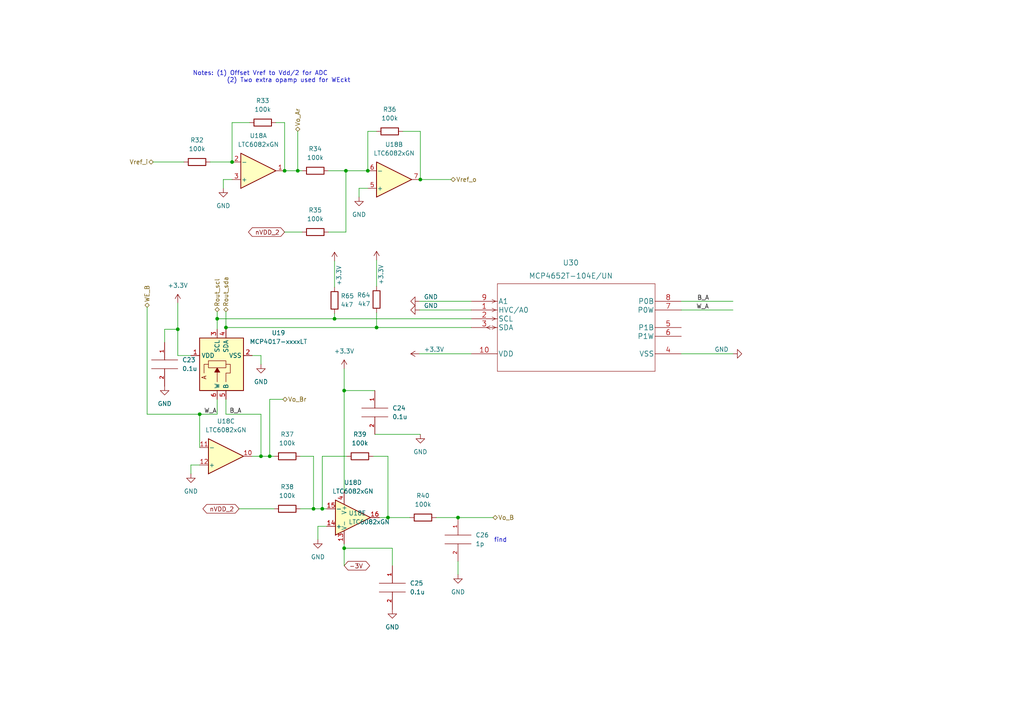
<source format=kicad_sch>
(kicad_sch (version 20211123) (generator eeschema)
  (paper "A4")
  (lib_symbols
    (symbol "Amplifier_Operational:LTC6082xGN" (pin_names (offset 0.127))
      (property "Reference" "U" (at 2.54 5.08 0))
      (property "Value" "LTC6082xGN" (at 5.08 -5.08 0))
      (symbol "LTC6082xGN_1_1"
        (polyline (pts (xy -5.08 5.08) (xy 5.08 0) (xy -5.08 -5.08) (xy -5.08 5.08)) (stroke (width 0.254)) (fill (type background)))
        (pin output line (at 7.62 0 180) (length 2.54) (name "~") (number "1"))
        (pin input line (at -7.62 -2.54 0) (length 2.54) (name "-") (number "2"))
        (pin input line (at -7.62 2.54 0) (length 2.54) (name "+") (number "3"))
        (pin no_connect line (at -2.54 -2.54 90) (length 2.54) hide (name "NC") (number "8"))
        (pin no_connect line (at 0 -2.54 90) (length 2.54) hide (name "NC") (number "9"))
      )
      (symbol "LTC6082xGN_2_1"
        (polyline (pts (xy -5.08 5.08) (xy 5.08 0) (xy -5.08 -5.08) (xy -5.08 5.08)) (stroke (width 0.254)) (fill (type background)))
        (pin input line (at -7.62 2.54 0) (length 2.54) (name "+") (number "5"))
        (pin input line (at -7.62 -2.54 0) (length 2.54) (name "-") (number "6"))
        (pin output line (at 7.62 0 180) (length 2.54) (name "~") (number "7"))
      )
      (symbol "LTC6082xGN_3_1"
        (polyline (pts (xy -5.08 5.08) (xy 5.08 0) (xy -5.08 -5.08) (xy -5.08 5.08)) (stroke (width 0.254)) (fill (type background)))
        (pin output line (at 7.62 0 180) (length 2.54) (name "~") (number "10"))
        (pin input line (at -7.62 -2.54 0) (length 2.54) (name "-") (number "11"))
        (pin input line (at -7.62 2.54 0) (length 2.54) (name "+") (number "12"))
      )
      (symbol "LTC6082xGN_4_1"
        (polyline (pts (xy -5.08 5.08) (xy 5.08 0) (xy -5.08 -5.08) (xy -5.08 5.08)) (stroke (width 0.254)) (fill (type background)))
        (pin input line (at -7.62 2.54 0) (length 2.54) (name "+") (number "14"))
        (pin input line (at -7.62 -2.54 0) (length 2.54) (name "-") (number "15"))
        (pin output line (at 7.62 0 180) (length 2.54) (name "~") (number "16"))
      )
      (symbol "LTC6082xGN_5_1"
        (pin power_in line (at -2.54 -7.62 90) (length 3.81) (name "V-") (number "13"))
        (pin power_in line (at -2.54 7.62 270) (length 3.81) (name "V+") (number "4"))
      )
    )
    (symbol "Device:R" (pin_numbers hide) (pin_names (offset 0))
      (property "Reference" "R" (at 2.032 0 90))
      (property "Value" "R" (at 0 0 90))
      (symbol "R_0_1"
        (rectangle (start -1.016 -2.54) (end 1.016 2.54) (stroke (width 0.254)))
      )
      (symbol "R_1_1"
        (pin passive line (at 0 3.81 270) (length 1.27) (name "~") (number "1"))
        (pin passive line (at 0 -3.81 90) (length 1.27) (name "~") (number "2"))
      )
    )
    (symbol "Potentiometer_Digital:MCP4017-xxxxLT"
      (property "Reference" "U" (at -7.62 8.89 0))
      (property "Value" "MCP4017-xxxxLT" (at 1.27 8.89 0))
      (symbol "MCP4017-xxxxLT_0_0"
        (polyline (pts (xy 0 5.08) (xy 0 6.35) (xy 2.54 6.35)))
        (polyline (pts (xy 5.08 0) (xy 2.54 0) (xy 2.54 -1.27) (xy 0 -1.27) (xy 0 0)))
        (text "A" (at 3.81 6.35 0) (effects (font (size 1.27 1.27))))
      )
      (symbol "MCP4017-xxxxLT_1_1"
        (rectangle (start -7.62 7.62) (end 7.62 -5.08) (stroke (width 0.254)) (fill (type background)))
        (polyline (pts (xy 5.08 2.54) (xy 2.286 2.54)))
        (polyline (pts (xy 2.286 1.778) (xy 2.286 3.302) (xy 1.016 2.54) (xy 2.286 1.778)) (fill (type outline)))
        (rectangle (start 1.016 0) (end -1.016 5.08))
        (pin power_in line (at -2.54 10.16 270) (length 2.54) (name "VDD") (number "1"))
        (pin power_in line (at -2.54 -7.62 90) (length 2.54) (name "VSS") (number "2"))
        (pin input line (at -10.16 2.54 0) (length 2.54) (name "SCL") (number "3"))
        (pin bidirectional line (at -10.16 0 0) (length 2.54) (name "SDA") (number "4"))
        (pin passive line (at 10.16 0 180) (length 2.54) (name "B") (number "5"))
        (pin passive line (at 10.16 2.54 180) (length 2.54) (name "W") (number "6"))
      )
    )
    (symbol "custom:MCP4652T-104E{slash}UN" (pin_names (offset 0.254))
      (property "Reference" "U" (at 30.48 10.16 0))
      (property "Value" "MCP4652T-104E{slash}UN" (at 30.48 7.62 0))
      (symbol "MCP4652T-104E{slash}UN_1_1"
        (polyline (pts (xy 5.5372 -8.128) (xy 4.4958 -7.62)) (stroke (width 0.127)))
        (polyline (pts (xy 5.5372 -7.112) (xy 4.4958 -7.62)) (stroke (width 0.127)))
        (polyline (pts (xy 7.112 -7.62) (xy 6.0452 -8.128)) (stroke (width 0.127)))
        (polyline (pts (xy 7.112 -7.62) (xy 6.0452 -7.112)) (stroke (width 0.127)))
        (polyline (pts (xy 7.112 -5.08) (xy 6.0452 -5.588)) (stroke (width 0.127)))
        (polyline (pts (xy 7.112 -5.08) (xy 6.0452 -4.572)) (stroke (width 0.127)))
        (polyline (pts (xy 7.112 -2.54) (xy 6.0452 -3.048)) (stroke (width 0.127)))
        (polyline (pts (xy 7.112 -2.54) (xy 6.0452 -2.032)) (stroke (width 0.127)))
        (polyline (pts (xy 7.112 0) (xy 6.0452 -0.508)) (stroke (width 0.127)))
        (polyline (pts (xy 7.112 0) (xy 6.0452 0.508)) (stroke (width 0.127)))
        (polyline (pts (xy 7.62 -20.32) (xy 53.34 -20.32)) (stroke (width 0.127)))
        (polyline (pts (xy 7.62 5.08) (xy 7.62 -20.32)) (stroke (width 0.127)))
        (polyline (pts (xy 53.34 -20.32) (xy 53.34 5.08)) (stroke (width 0.127)))
        (polyline (pts (xy 53.34 5.08) (xy 7.62 5.08)) (stroke (width 0.127)))
        (pin input line (at 0 -2.54 0) (length 7.62) (name "HVC/A0") (number "1"))
        (pin power_in line (at 0 -15.24 0) (length 7.62) (name "VDD") (number "10"))
        (pin input line (at 0 -5.08 0) (length 7.62) (name "SCL") (number "2"))
        (pin bidirectional line (at 0 -7.62 0) (length 7.62) (name "SDA") (number "3"))
        (pin power_in line (at 60.96 -15.24 180) (length 7.62) (name "VSS") (number "4"))
        (pin unspecified line (at 60.96 -7.62 180) (length 7.62) (name "P1B") (number "5"))
        (pin unspecified line (at 60.96 -10.16 180) (length 7.62) (name "P1W") (number "6"))
        (pin unspecified line (at 60.96 -2.54 180) (length 7.62) (name "P0W") (number "7"))
        (pin unspecified line (at 60.96 0 180) (length 7.62) (name "P0B") (number "8"))
        (pin input line (at 0 0 0) (length 7.62) (name "A1") (number "9"))
      )
    )
    (symbol "power:+3.3V" (power) (pin_names (offset 0))
      (property "Value" "+3.3V" (at 0 3.556 0))
      (symbol "+3.3V_0_1"
        (polyline (pts (xy -0.762 1.27) (xy 0 2.54)))
        (polyline (pts (xy 0 0) (xy 0 2.54)))
        (polyline (pts (xy 0 2.54) (xy 0.762 1.27)))
      )
      (symbol "+3.3V_1_1"
        (pin power_in line (at 0 0 90) (length 0) hide (name "+3.3V") (number "1"))
      )
    )
    (symbol "power:GND" (power) (pin_names (offset 0))
      (property "Value" "GND" (at 0 -3.81 0))
      (symbol "GND_0_1"
        (polyline (pts (xy 0 0) (xy 0 -1.27) (xy 1.27 -1.27) (xy 0 -2.54) (xy -1.27 -1.27) (xy 0 -1.27)))
      )
      (symbol "GND_1_1"
        (pin power_in line (at 0 0 270) (length 0) hide (name "GND") (number "1"))
      )
    )
    (symbol "pspice:C" (pin_names (offset 0.254))
      (property "Reference" "C" (at 2.54 3.81 90))
      (property "Value" "C" (at 2.54 -3.81 90))
      (symbol "C_0_1"
        (polyline (pts (xy -3.81 -1.27) (xy 3.81 -1.27)))
        (polyline (pts (xy -3.81 1.27) (xy 3.81 1.27)))
      )
      (symbol "C_1_1"
        (pin passive line (at 0 6.35 270) (length 5.08) (name "~") (number "1"))
        (pin passive line (at 0 -6.35 90) (length 5.08) (name "~") (number "2"))
      )
    )
  )
  (junction (at 86.36 49.53))
  (junction (at 82.55 49.53))
  (junction (at 62.992 92.456))
  (junction (at 106.68 49.53))
  (junction (at 100.33 49.53))
  (junction (at 109.22 94.996))
  (junction (at 57.912 120.142))
  (junction (at 51.562 95.504))
  (junction (at 97.028 92.456))
  (junction (at 132.842 150.114))
  (junction (at 67.31 46.99))
  (junction (at 75.692 132.334))
  (junction (at 99.822 159.004))
  (junction (at 93.472 147.574))
  (junction (at 78.232 132.334))
  (junction (at 65.532 94.996))
  (junction (at 99.822 113.284))
  (junction (at 90.932 147.574))
  (junction (at 112.522 150.114))
  (junction (at 121.92 52.07))
  (wire (pts (xy 95.25 49.53) (xy 100.33 49.53)))
  (wire (pts (xy 69.342 147.574) (xy 79.502 147.574)))
  (wire (pts (xy 97.028 75.692) (xy 97.028 83.312)))
  (wire (pts (xy 132.842 150.114) (xy 143.002 150.114)))
  (wire (pts (xy 55.372 137.414) (xy 55.372 134.874)))
  (wire (pts (xy 121.666 87.376) (xy 136.652 87.376)))
  (wire (pts (xy 82.55 67.31) (xy 87.63 67.31)))
  (wire (pts (xy 94.742 152.654) (xy 92.202 152.654)))
  (wire (pts (xy 99.822 113.284) (xy 108.712 113.284)))
  (wire (pts (xy 99.822 113.284) (xy 99.822 142.494)))
  (wire (pts (xy 197.612 89.916) (xy 212.598 89.916)))
  (wire (pts (xy 104.14 57.15) (xy 104.14 54.61)))
  (wire (pts (xy 197.612 87.376) (xy 212.598 87.376)))
  (wire (pts (xy 87.122 132.334) (xy 90.932 132.334)))
  (wire (pts (xy 86.36 49.53) (xy 87.63 49.53)))
  (wire (pts (xy 100.33 49.53) (xy 100.33 67.31)))
  (wire (pts (xy 64.77 54.61) (xy 64.77 52.07)))
  (wire (pts (xy 197.612 102.616) (xy 212.598 102.616)))
  (wire (pts (xy 47.752 95.504) (xy 51.562 95.504)))
  (wire (pts (xy 57.912 120.142) (xy 62.992 120.142)))
  (wire (pts (xy 65.532 94.996) (xy 65.532 95.504)))
  (wire (pts (xy 90.932 132.334) (xy 90.932 147.574)))
  (wire (pts (xy 109.982 150.114) (xy 112.522 150.114)))
  (wire (pts (xy 82.55 49.53) (xy 82.55 35.56)))
  (wire (pts (xy 104.14 54.61) (xy 106.68 54.61)))
  (wire (pts (xy 67.31 35.56) (xy 67.31 46.99)))
  (wire (pts (xy 109.22 38.1) (xy 106.68 38.1)))
  (wire (pts (xy 51.562 87.884) (xy 51.562 95.504)))
  (wire (pts (xy 42.672 89.154) (xy 42.672 120.142)))
  (wire (pts (xy 73.152 132.334) (xy 75.692 132.334)))
  (wire (pts (xy 87.122 147.574) (xy 90.932 147.574)))
  (wire (pts (xy 65.532 90.424) (xy 65.532 94.996)))
  (wire (pts (xy 65.532 120.142) (xy 75.692 120.142)))
  (wire (pts (xy 121.666 89.916) (xy 136.652 89.916)))
  (wire (pts (xy 78.232 132.334) (xy 79.502 132.334)))
  (wire (pts (xy 62.992 92.456) (xy 62.992 95.504)))
  (wire (pts (xy 86.36 38.1) (xy 86.36 49.53)))
  (wire (pts (xy 112.522 150.114) (xy 118.872 150.114)))
  (wire (pts (xy 126.492 150.114) (xy 132.842 150.114)))
  (wire (pts (xy 121.666 102.616) (xy 136.652 102.616)))
  (wire (pts (xy 44.45 46.99) (xy 53.34 46.99)))
  (wire (pts (xy 90.932 147.574) (xy 93.472 147.574)))
  (wire (pts (xy 62.992 120.142) (xy 62.992 115.824)))
  (wire (pts (xy 72.39 35.56) (xy 67.31 35.56)))
  (wire (pts (xy 93.472 147.574) (xy 94.742 147.574)))
  (wire (pts (xy 109.22 75.438) (xy 109.22 83.058)))
  (wire (pts (xy 99.822 157.734) (xy 99.822 159.004)))
  (wire (pts (xy 51.562 95.504) (xy 51.562 103.124)))
  (wire (pts (xy 99.822 106.934) (xy 99.822 113.284)))
  (wire (pts (xy 82.55 49.53) (xy 86.36 49.53)))
  (wire (pts (xy 97.028 90.932) (xy 97.028 92.456)))
  (wire (pts (xy 121.92 125.984) (xy 108.712 125.984)))
  (wire (pts (xy 75.692 120.142) (xy 75.692 132.334)))
  (wire (pts (xy 109.22 94.996) (xy 136.652 94.996)))
  (wire (pts (xy 109.22 90.678) (xy 109.22 94.996)))
  (wire (pts (xy 65.532 94.996) (xy 109.22 94.996)))
  (wire (pts (xy 57.912 129.794) (xy 57.912 120.142)))
  (wire (pts (xy 121.92 38.1) (xy 116.84 38.1)))
  (wire (pts (xy 92.202 152.654) (xy 92.202 156.464)))
  (wire (pts (xy 75.692 105.664) (xy 75.692 103.124)))
  (wire (pts (xy 51.562 103.124) (xy 55.372 103.124)))
  (wire (pts (xy 100.33 49.53) (xy 106.68 49.53)))
  (wire (pts (xy 121.92 52.07) (xy 121.92 38.1)))
  (wire (pts (xy 62.992 90.424) (xy 62.992 92.456)))
  (wire (pts (xy 82.55 35.56) (xy 80.01 35.56)))
  (wire (pts (xy 60.96 46.99) (xy 67.31 46.99)))
  (wire (pts (xy 100.584 132.334) (xy 93.472 132.334)))
  (wire (pts (xy 132.842 162.814) (xy 132.842 166.624)))
  (wire (pts (xy 95.25 67.31) (xy 100.33 67.31)))
  (wire (pts (xy 57.912 120.142) (xy 42.672 120.142)))
  (wire (pts (xy 64.77 52.07) (xy 67.31 52.07)))
  (wire (pts (xy 112.522 150.114) (xy 112.522 132.334)))
  (wire (pts (xy 78.232 115.824) (xy 82.042 115.824)))
  (wire (pts (xy 99.822 159.004) (xy 113.792 159.004)))
  (wire (pts (xy 112.522 132.334) (xy 108.204 132.334)))
  (wire (pts (xy 99.822 159.004) (xy 99.822 164.084)))
  (wire (pts (xy 55.372 134.874) (xy 57.912 134.874)))
  (wire (pts (xy 106.68 38.1) (xy 106.68 49.53)))
  (wire (pts (xy 113.792 164.084) (xy 113.792 159.004)))
  (wire (pts (xy 75.692 103.124) (xy 73.152 103.124)))
  (wire (pts (xy 65.532 120.142) (xy 65.532 115.824)))
  (wire (pts (xy 93.472 132.334) (xy 93.472 147.574)))
  (wire (pts (xy 121.92 52.07) (xy 130.81 52.07)))
  (wire (pts (xy 62.992 92.456) (xy 97.028 92.456)))
  (wire (pts (xy 97.028 92.456) (xy 136.652 92.456)))
  (wire (pts (xy 78.232 132.334) (xy 78.232 115.824)))
  (wire (pts (xy 75.692 132.334) (xy 78.232 132.334)))
  (wire (pts (xy 47.752 99.314) (xy 47.752 95.504)))
  (text "Notes: (1) Offset Vref to Vdd/2 for ADC\n		(2) Two extra opamp used for WEckt\n" (at 55.88 24.13 0) (effects (font (size 1.27 1.27)) (justify left bottom)))
  (text "find" (at 143.256 157.48 0) (effects (font (size 1.27 1.27)) (justify left bottom)))
  (label "B_A" (at 66.548 120.142 0))
  (label "W_A" (at 201.93 89.916 0))
  (label "B_A" (at 202.184 87.376 0))
  (label "W_A" (at 59.182 120.142 0))
  (global_label "-3V" (shape bidirectional) (at 99.822 164.084 0) (property "Intersheet References" "${INTERSHEET_REFS}" (effects hide)))
  (global_label "nVDD_2" (shape bidirectional) (at 69.342 147.574 180) (property "Intersheet References" "${INTERSHEET_REFS}" (effects hide)))
  (global_label "nVDD_2" (shape bidirectional) (at 82.55 67.31 180) (property "Intersheet References" "${INTERSHEET_REFS}" (effects hide)))
  (hierarchical_label "Vo_B" (shape bidirectional) (at 143.002 150.114 0))
  (hierarchical_label "Vo_Br" (shape bidirectional) (at 82.042 115.824 0))
  (hierarchical_label "Vref_o" (shape bidirectional) (at 130.81 52.07 0))
  (hierarchical_label "WE_B" (shape bidirectional) (at 42.672 89.154 90))
  (hierarchical_label "Rout_scl" (shape bidirectional) (at 62.992 90.424 90))
  (hierarchical_label "Vo_Ar" (shape bidirectional) (at 86.36 38.1 90))
  (hierarchical_label "Vref_i" (shape bidirectional) (at 44.45 46.99 180))
  (hierarchical_label "Rout_sda" (shape bidirectional) (at 65.532 90.424 90))
  (symbol (lib_id "Device:R") (at 113.03 38.1 90) (unit 1)
    (property "Reference" "R36" (at 113.03 31.75 90))
    (property "Value" "100k" (at 113.03 34.29 90))
    (property "Footprint" "Resistor_SMD:R_0805_2012Metric_Pad1.20x1.40mm_HandSolder" (effects hide))
  )
  (symbol (lib_id "Device:R") (at 57.15 46.99 90) (unit 1)
    (property "Reference" "R32" (at 57.15 40.64 90))
    (property "Value" "100k" (at 57.15 43.18 90))
    (property "Footprint" "Resistor_SMD:R_0805_2012Metric_Pad1.20x1.40mm_HandSolder" (effects hide))
  )
  (symbol (lib_id "power:GND") (at 212.598 102.616 90) (mirror x) (unit 1)
    (property "Reference" "#PWR0218" (effects hide))
    (property "Value" "GND" (at 211.328 101.346 90) (effects (justify left)))
  )
  (symbol (lib_id "power:GND") (at 113.792 176.784 0) (unit 1)
    (property "Reference" "#PWR0112" (effects hide))
    (property "Value" "GND" (at 113.792 181.864 0))
  )
  (symbol (lib_id "Amplifier_Operational:LTC6082xGN") (at 65.532 132.334 0) (mirror x) (unit 3)
    (property "Reference" "U18" (at 65.532 122.174 0))
    (property "Value" "LTC6082xGN" (at 65.532 124.714 0))
    (property "Footprint" "Package_SO:SSOP-16_3.9x4.9mm_P0.635mm" (effects hide))
    (property "Datasheet" "https://www.analog.com/media/en/technical-documentation/data-sheets/60812fd.pdf" (effects hide))
  )
  (symbol (lib_id "power:GND") (at 47.752 112.014 0) (unit 1)
    (property "Reference" "#PWR0105" (effects hide))
    (property "Value" "GND" (at 47.752 117.094 0))
  )
  (symbol (lib_id "power:+3.3V") (at 51.562 87.884 0) (unit 1)
    (property "Reference" "#PWR0187" (effects hide))
    (property "Value" "+3.3V" (at 51.562 82.804 0))
  )
  (symbol (lib_id "Device:R") (at 91.44 49.53 90) (unit 1)
    (property "Reference" "R34" (at 91.44 43.18 90))
    (property "Value" "100k" (at 91.44 45.72 90))
    (property "Footprint" "Resistor_SMD:R_0805_2012Metric_Pad1.20x1.40mm_HandSolder" (effects hide))
  )
  (symbol (lib_id "Amplifier_Operational:LTC6082xGN") (at 114.3 52.07 0) (mirror x) (unit 2)
    (property "Reference" "U18" (at 114.3 41.91 0))
    (property "Value" "LTC6082xGN" (at 114.3 44.45 0))
    (property "Footprint" "Package_SO:SSOP-16_3.9x4.9mm_P0.635mm" (effects hide))
    (property "Datasheet" "https://www.analog.com/media/en/technical-documentation/data-sheets/60812fd.pdf" (effects hide))
  )
  (symbol (lib_id "power:GND") (at 121.666 87.376 270) (unit 1)
    (property "Reference" "#PWR0215" (effects hide))
    (property "Value" "GND" (at 122.936 86.106 90) (effects (justify left)))
  )
  (symbol (lib_id "power:GND") (at 92.202 156.464 0) (unit 1)
    (property "Reference" "#PWR0109" (effects hide))
    (property "Value" "GND" (at 92.202 161.544 0))
  )
  (symbol (lib_id "Device:R") (at 83.312 147.574 90) (unit 1)
    (property "Reference" "R38" (at 83.312 141.224 90))
    (property "Value" "100k" (at 83.312 143.764 90))
    (property "Footprint" "Resistor_SMD:R_0805_2012Metric_Pad1.20x1.40mm_HandSolder" (effects hide))
  )
  (symbol (lib_id "power:GND") (at 121.666 89.916 270) (unit 1)
    (property "Reference" "#PWR0214" (effects hide))
    (property "Value" "GND" (at 122.936 88.646 90) (effects (justify left)))
  )
  (symbol (lib_id "power:+3.3V") (at 121.666 102.616 90) (unit 1)
    (property "Reference" "#PWR0219" (effects hide))
    (property "Value" "+3.3V" (at 122.936 101.346 90) (effects (justify right)))
  )
  (symbol (lib_id "power:GND") (at 55.372 137.414 0) (unit 1)
    (property "Reference" "#PWR0107" (effects hide))
    (property "Value" "GND" (at 55.372 142.494 0))
  )
  (symbol (lib_id "Potentiometer_Digital:MCP4017-xxxxLT") (at 65.532 105.664 90) (mirror x) (unit 1)
    (property "Reference" "U19" (at 80.772 96.5452 90))
    (property "Value" "MCP4017-xxxxLT" (at 80.772 99.0852 90))
    (property "Footprint" "Package_TO_SOT_SMD:SOT-363_SC-70-6" (effects hide))
    (property "Datasheet" "http://ww1.microchip.com/downloads/en/DeviceDoc/22147a.pdf" (effects hide))
  )
  (symbol (lib_id "power:GND") (at 75.692 105.664 0) (unit 1)
    (property "Reference" "#PWR0108" (effects hide))
    (property "Value" "GND" (at 75.692 110.744 0))
  )
  (symbol (lib_id "Device:R") (at 97.028 87.122 180) (unit 1)
    (property "Reference" "R65" (at 98.806 85.8519 0) (effects (justify right)))
    (property "Value" "4k7" (at 98.806 88.3919 0) (effects (justify right)))
    (property "Footprint" "Resistor_SMD:R_0805_2012Metric_Pad1.20x1.40mm_HandSolder" (effects hide))
  )
  (symbol (lib_id "Device:R") (at 76.2 35.56 90) (unit 1)
    (property "Reference" "R33" (at 76.2 29.21 90))
    (property "Value" "100k" (at 76.2 31.75 90))
    (property "Footprint" "Resistor_SMD:R_0805_2012Metric_Pad1.20x1.40mm_HandSolder" (effects hide))
  )
  (symbol (lib_id "Amplifier_Operational:LTC6082xGN") (at 74.93 49.53 0) (mirror x) (unit 1)
    (property "Reference" "U18" (at 74.93 39.37 0))
    (property "Value" "LTC6082xGN" (at 74.93 41.91 0))
    (property "Footprint" "Package_SO:SSOP-16_3.9x4.9mm_P0.635mm" (effects hide))
    (property "Datasheet" "https://www.analog.com/media/en/technical-documentation/data-sheets/60812fd.pdf" (effects hide))
  )
  (symbol (lib_id "Device:R") (at 109.22 86.868 0) (mirror x) (unit 1)
    (property "Reference" "R64" (at 107.442 85.5979 0) (effects (justify right)))
    (property "Value" "4k7" (at 107.442 88.1379 0) (effects (justify right)))
    (property "Footprint" "Resistor_SMD:R_0805_2012Metric_Pad1.20x1.40mm_HandSolder" (effects hide))
  )
  (symbol (lib_id "power:+3.3V") (at 99.822 106.934 0) (unit 1)
    (property "Reference" "#PWR0110" (effects hide))
    (property "Value" "+3.3V" (at 99.822 101.854 0))
  )
  (symbol (lib_id "pspice:C") (at 132.842 156.464 0) (unit 1)
    (property "Reference" "C26" (at 137.922 155.1939 0) (effects (justify left)))
    (property "Value" "1p" (at 137.922 157.7339 0) (effects (justify left)))
    (property "Footprint" "Capacitor_SMD:C_0805_2012Metric_Pad1.18x1.45mm_HandSolder" (effects hide))
  )
  (symbol (lib_id "Device:R") (at 104.394 132.334 90) (unit 1)
    (property "Reference" "R39" (at 104.394 125.984 90))
    (property "Value" "100k" (at 104.394 128.524 90))
    (property "Footprint" "Resistor_SMD:R_0805_2012Metric_Pad1.20x1.40mm_HandSolder" (effects hide))
  )
  (symbol (lib_id "power:GND") (at 132.842 166.624 0) (unit 1)
    (property "Reference" "#PWR0113" (effects hide))
    (property "Value" "GND" (at 132.842 171.704 0))
  )
  (symbol (lib_id "power:GND") (at 121.92 125.984 0) (unit 1)
    (property "Reference" "#PWR0111" (effects hide))
    (property "Value" "GND" (at 121.92 131.064 0))
  )
  (symbol (lib_id "pspice:C") (at 113.792 170.434 0) (unit 1)
    (property "Reference" "C25" (at 118.872 169.1639 0) (effects (justify left)))
    (property "Value" "0.1u" (at 118.872 171.7039 0) (effects (justify left)))
    (property "Footprint" "Capacitor_SMD:C_0805_2012Metric_Pad1.18x1.45mm_HandSolder" (effects hide))
  )
  (symbol (lib_id "Device:R") (at 83.312 132.334 90) (unit 1)
    (property "Reference" "R37" (at 83.312 125.984 90))
    (property "Value" "100k" (at 83.312 128.524 90))
    (property "Footprint" "Resistor_SMD:R_0805_2012Metric_Pad1.20x1.40mm_HandSolder" (effects hide))
  )
  (symbol (lib_id "custom:MCP4652T-104E{slash}UN") (at 136.652 87.376 0) (unit 1)
    (property "Reference" "U30" (at 165.5699 76.2 0) (effects (font (size 1.524 1.524))))
    (property "Value" "MCP4652T-104E/UN" (at 165.5699 80.01 0) (effects (font (size 1.524 1.524))))
    (property "Footprint" "custom:MCP4652T-104E&slash_UN" (effects hide))
  )
  (symbol (lib_id "Device:R") (at 122.682 150.114 90) (unit 1)
    (property "Reference" "R40" (at 122.682 143.764 90))
    (property "Value" "100k" (at 122.682 146.304 90))
    (property "Footprint" "Resistor_SMD:R_0805_2012Metric_Pad1.20x1.40mm_HandSolder" (effects hide))
  )
  (symbol (lib_id "power:+3.3V") (at 109.22 75.438 0) (unit 1)
    (property "Reference" "#PWR0217" (effects hide))
    (property "Value" "+3.3V" (at 110.49 76.708 90) (effects (justify right)))
  )
  (symbol (lib_id "power:+3.3V") (at 97.028 75.692 0) (unit 1)
    (property "Reference" "#PWR0216" (effects hide))
    (property "Value" "+3.3V" (at 98.298 76.962 90) (effects (justify right)))
  )
  (symbol (lib_id "pspice:C") (at 108.712 119.634 0) (unit 1)
    (property "Reference" "C24" (at 113.792 118.3639 0) (effects (justify left)))
    (property "Value" "0.1u" (at 113.792 120.9039 0) (effects (justify left)))
    (property "Footprint" "Capacitor_SMD:C_0805_2012Metric_Pad1.18x1.45mm_HandSolder" (effects hide))
  )
  (symbol (lib_id "Amplifier_Operational:LTC6082xGN") (at 102.362 150.114 0) (mirror x) (unit 4)
    (property "Reference" "U18" (at 102.362 139.954 0))
    (property "Value" "LTC6082xGN" (at 102.362 142.494 0))
    (property "Footprint" "Package_SO:SSOP-16_3.9x4.9mm_P0.635mm" (effects hide))
    (property "Datasheet" "https://www.analog.com/media/en/technical-documentation/data-sheets/60812fd.pdf" (effects hide))
  )
  (symbol (lib_id "Device:R") (at 91.44 67.31 90) (unit 1)
    (property "Reference" "R35" (at 91.44 60.96 90))
    (property "Value" "100k" (at 91.44 63.5 90))
    (property "Footprint" "Resistor_SMD:R_0805_2012Metric_Pad1.20x1.40mm_HandSolder" (effects hide))
  )
  (symbol (lib_id "power:GND") (at 104.14 57.15 0) (unit 1)
    (property "Reference" "#PWR0104" (effects hide))
    (property "Value" "GND" (at 104.14 62.23 0))
  )
  (symbol (lib_id "pspice:C") (at 47.752 105.664 0) (unit 1)
    (property "Reference" "C23" (at 52.832 104.3939 0) (effects (justify left)))
    (property "Value" "0.1u" (at 52.832 106.9339 0) (effects (justify left)))
    (property "Footprint" "Capacitor_SMD:C_0805_2012Metric_Pad1.18x1.45mm_HandSolder" (effects hide))
  )
  (symbol (lib_id "power:GND") (at 64.77 54.61 0) (unit 1)
    (property "Reference" "#PWR0103" (effects hide))
    (property "Value" "GND" (at 64.77 59.69 0))
  )
  (symbol (lib_id "Amplifier_Operational:LTC6082xGN") (at 102.362 150.114 0) (unit 5)
    (property "Reference" "U18" (at 101.092 148.8439 0) (effects (justify left)))
    (property "Value" "LTC6082xGN" (at 101.092 151.3839 0) (effects (justify left)))
    (property "Footprint" "Package_SO:SSOP-16_3.9x4.9mm_P0.635mm" (effects hide))
    (property "Datasheet" "https://www.analog.com/media/en/technical-documentation/data-sheets/60812fd.pdf" (effects hide))
  )
)
</source>
